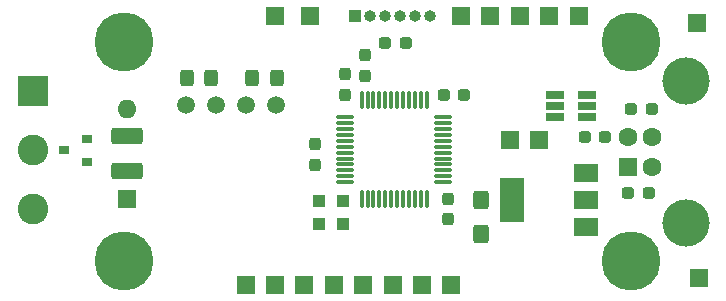
<source format=gbr>
G04 #@! TF.GenerationSoftware,KiCad,Pcbnew,6.0.5*
G04 #@! TF.CreationDate,2023-01-15T17:00:17+03:00*
G04 #@! TF.ProjectId,stm32,73746d33-322e-46b6-9963-61645f706362,rev?*
G04 #@! TF.SameCoordinates,Original*
G04 #@! TF.FileFunction,Soldermask,Top*
G04 #@! TF.FilePolarity,Negative*
%FSLAX46Y46*%
G04 Gerber Fmt 4.6, Leading zero omitted, Abs format (unit mm)*
G04 Created by KiCad (PCBNEW 6.0.5) date 2023-01-15 17:00:17*
%MOMM*%
%LPD*%
G01*
G04 APERTURE LIST*
G04 Aperture macros list*
%AMRoundRect*
0 Rectangle with rounded corners*
0 $1 Rounding radius*
0 $2 $3 $4 $5 $6 $7 $8 $9 X,Y pos of 4 corners*
0 Add a 4 corners polygon primitive as box body*
4,1,4,$2,$3,$4,$5,$6,$7,$8,$9,$2,$3,0*
0 Add four circle primitives for the rounded corners*
1,1,$1+$1,$2,$3*
1,1,$1+$1,$4,$5*
1,1,$1+$1,$6,$7*
1,1,$1+$1,$8,$9*
0 Add four rect primitives between the rounded corners*
20,1,$1+$1,$2,$3,$4,$5,0*
20,1,$1+$1,$4,$5,$6,$7,0*
20,1,$1+$1,$6,$7,$8,$9,0*
20,1,$1+$1,$8,$9,$2,$3,0*%
G04 Aperture macros list end*
%ADD10RoundRect,0.250000X-0.425000X0.537500X-0.425000X-0.537500X0.425000X-0.537500X0.425000X0.537500X0*%
%ADD11RoundRect,0.237500X-0.237500X0.287500X-0.237500X-0.287500X0.237500X-0.287500X0.237500X0.287500X0*%
%ADD12RoundRect,0.237500X0.287500X0.237500X-0.287500X0.237500X-0.287500X-0.237500X0.287500X-0.237500X0*%
%ADD13RoundRect,0.237500X0.237500X-0.287500X0.237500X0.287500X-0.237500X0.287500X-0.237500X-0.287500X0*%
%ADD14R,0.900000X0.800000*%
%ADD15C,5.000000*%
%ADD16RoundRect,0.075000X-0.662500X-0.075000X0.662500X-0.075000X0.662500X0.075000X-0.662500X0.075000X0*%
%ADD17RoundRect,0.075000X-0.075000X-0.662500X0.075000X-0.662500X0.075000X0.662500X-0.075000X0.662500X0*%
%ADD18RoundRect,0.237500X-0.287500X-0.237500X0.287500X-0.237500X0.287500X0.237500X-0.287500X0.237500X0*%
%ADD19RoundRect,0.250000X-0.325000X-0.450000X0.325000X-0.450000X0.325000X0.450000X-0.325000X0.450000X0*%
%ADD20RoundRect,0.250001X-1.074999X0.462499X-1.074999X-0.462499X1.074999X-0.462499X1.074999X0.462499X0*%
%ADD21R,2.000000X1.500000*%
%ADD22R,2.000000X3.800000*%
%ADD23R,1.560000X0.650000*%
%ADD24R,2.600000X2.600000*%
%ADD25C,2.600000*%
%ADD26R,1.000000X1.000000*%
%ADD27O,1.000000X1.000000*%
%ADD28R,1.600000X1.600000*%
%ADD29O,1.600000X1.600000*%
%ADD30C,1.500000*%
%ADD31C,1.600000*%
%ADD32C,4.000000*%
%ADD33R,1.500000X1.500000*%
G04 APERTURE END LIST*
D10*
X104800400Y-66903600D03*
X104800400Y-69778600D03*
D11*
X93268800Y-56212800D03*
X93268800Y-57962800D03*
D12*
X103350000Y-57962800D03*
X101600000Y-57962800D03*
D13*
X101955600Y-68501200D03*
X101955600Y-66751200D03*
D11*
X90728800Y-62167800D03*
X90728800Y-63917800D03*
D14*
X71437500Y-63622000D03*
X71437500Y-61722000D03*
X69437500Y-62672000D03*
D15*
X74500000Y-53500000D03*
X117500000Y-53500000D03*
X117500000Y-72000000D03*
X74500000Y-72000000D03*
D12*
X115276600Y-61569600D03*
X113526600Y-61569600D03*
X119227600Y-59182000D03*
X117477600Y-59182000D03*
X98411000Y-53543200D03*
X96661000Y-53543200D03*
D13*
X94945200Y-56360000D03*
X94945200Y-54610000D03*
D16*
X93246500Y-59861000D03*
X93246500Y-60361000D03*
X93246500Y-60861000D03*
X93246500Y-61361000D03*
X93246500Y-61861000D03*
X93246500Y-62361000D03*
X93246500Y-62861000D03*
X93246500Y-63361000D03*
X93246500Y-63861000D03*
X93246500Y-64361000D03*
X93246500Y-64861000D03*
X93246500Y-65361000D03*
D17*
X94659000Y-66773500D03*
X95159000Y-66773500D03*
X95659000Y-66773500D03*
X96159000Y-66773500D03*
X96659000Y-66773500D03*
X97159000Y-66773500D03*
X97659000Y-66773500D03*
X98159000Y-66773500D03*
X98659000Y-66773500D03*
X99159000Y-66773500D03*
X99659000Y-66773500D03*
X100159000Y-66773500D03*
D16*
X101571500Y-65361000D03*
X101571500Y-64861000D03*
X101571500Y-64361000D03*
X101571500Y-63861000D03*
X101571500Y-63361000D03*
X101571500Y-62861000D03*
X101571500Y-62361000D03*
X101571500Y-61861000D03*
X101571500Y-61361000D03*
X101571500Y-60861000D03*
X101571500Y-60361000D03*
X101571500Y-59861000D03*
D17*
X100159000Y-58448500D03*
X99659000Y-58448500D03*
X99159000Y-58448500D03*
X98659000Y-58448500D03*
X98159000Y-58448500D03*
X97659000Y-58448500D03*
X97159000Y-58448500D03*
X96659000Y-58448500D03*
X96159000Y-58448500D03*
X95659000Y-58448500D03*
X95159000Y-58448500D03*
X94659000Y-58448500D03*
D18*
X117195600Y-66243200D03*
X118945600Y-66243200D03*
D19*
X85407500Y-56515000D03*
X87457500Y-56515000D03*
X79865000Y-56515000D03*
X81915000Y-56515000D03*
D20*
X74828400Y-61417200D03*
X74828400Y-64392200D03*
D21*
X113690400Y-69166800D03*
X113690400Y-66866800D03*
D22*
X107390400Y-66866800D03*
D21*
X113690400Y-64566800D03*
D23*
X111041200Y-57978000D03*
X111041200Y-58928000D03*
X111041200Y-59878000D03*
X113741200Y-59878000D03*
X113741200Y-58928000D03*
X113741200Y-57978000D03*
D24*
X66802000Y-57658000D03*
D25*
X66802000Y-62658000D03*
X66802000Y-67658000D03*
D26*
X94132400Y-51308000D03*
D27*
X95402400Y-51308000D03*
X96672400Y-51308000D03*
X97942400Y-51308000D03*
X99212400Y-51308000D03*
X100482400Y-51308000D03*
D28*
X74828400Y-66751200D03*
D29*
X74828400Y-59131200D03*
D30*
X87439500Y-58801000D03*
X84899500Y-58801000D03*
X82359500Y-58801000D03*
X79819500Y-58801000D03*
D28*
X117221000Y-64071500D03*
D31*
X117221000Y-61571500D03*
X119221000Y-61571500D03*
X119221000Y-64071500D03*
D32*
X122081000Y-68821500D03*
X122081000Y-56821500D03*
D33*
X99771200Y-74066400D03*
X87325200Y-51257200D03*
X103076000Y-51308000D03*
X105562400Y-51308000D03*
X113030000Y-51308000D03*
D26*
X93065600Y-66954400D03*
D33*
X97282000Y-74066400D03*
D26*
X91084400Y-66954400D03*
D33*
X89814400Y-74066400D03*
X94792800Y-74066400D03*
X109677200Y-61772800D03*
X123190000Y-73507600D03*
D26*
X93065600Y-68935600D03*
D33*
X87325200Y-74066400D03*
X108051600Y-51308000D03*
X107188000Y-61772800D03*
X84836000Y-74066400D03*
X92303600Y-74066400D03*
D26*
X91084400Y-68935600D03*
D33*
X102260400Y-74066400D03*
X110540800Y-51308000D03*
X90322400Y-51257200D03*
X123037600Y-51866800D03*
M02*

</source>
